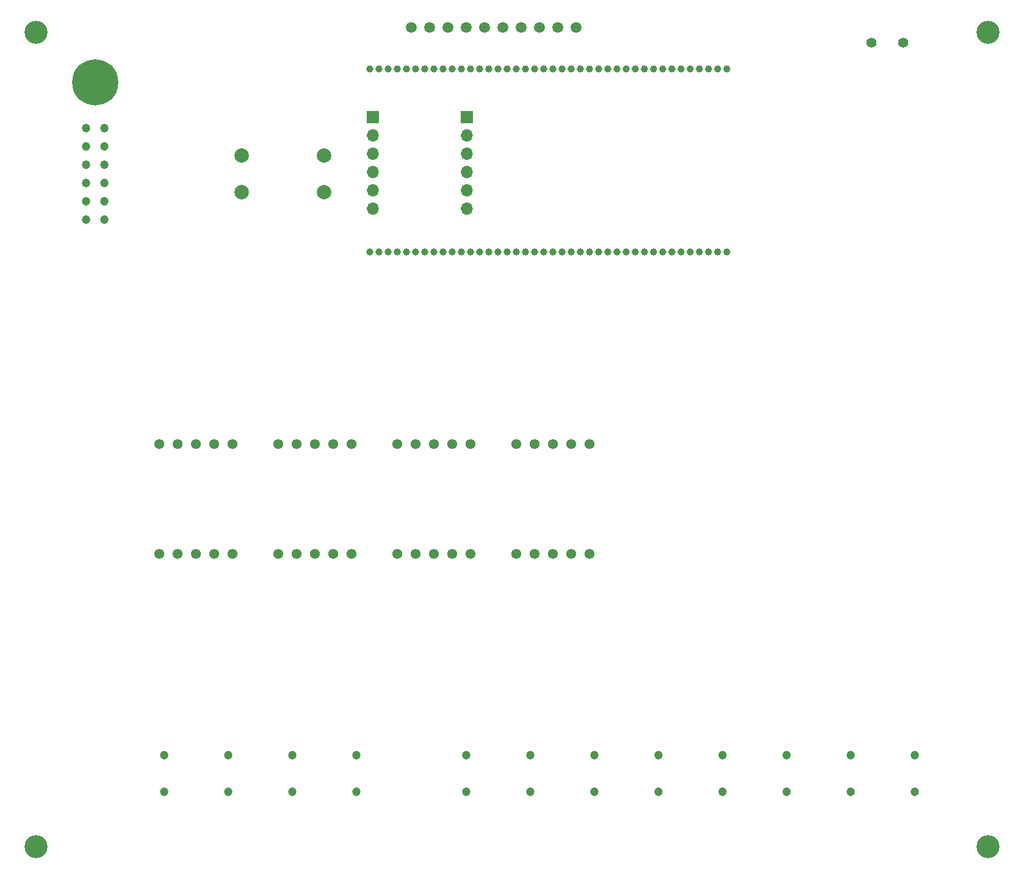
<source format=gbs>
G04 #@! TF.GenerationSoftware,KiCad,Pcbnew,(5.1.8)-1*
G04 #@! TF.CreationDate,2021-01-01T13:05:33+09:00*
G04 #@! TF.ProjectId,mifune_TE0890_local_board,6d696675-6e65-45f5-9445-303839305f6c,0.1*
G04 #@! TF.SameCoordinates,Original*
G04 #@! TF.FileFunction,Soldermask,Bot*
G04 #@! TF.FilePolarity,Negative*
%FSLAX46Y46*%
G04 Gerber Fmt 4.6, Leading zero omitted, Abs format (unit mm)*
G04 Created by KiCad (PCBNEW (5.1.8)-1) date 2021-01-01 13:05:33*
%MOMM*%
%LPD*%
G01*
G04 APERTURE LIST*
%ADD10C,1.000000*%
%ADD11C,1.200000*%
%ADD12C,6.400000*%
%ADD13C,2.000000*%
%ADD14C,1.381000*%
%ADD15C,1.400000*%
%ADD16O,1.700000X1.700000*%
%ADD17R,1.700000X1.700000*%
%ADD18C,3.200000*%
%ADD19C,1.500000*%
G04 APERTURE END LIST*
D10*
X137795000Y-66040000D03*
X137795000Y-40640000D03*
X136525000Y-66040000D03*
X136525000Y-40640000D03*
X135255000Y-66040000D03*
X135255000Y-40640000D03*
X133985000Y-66040000D03*
X133985000Y-40640000D03*
X132715000Y-66040000D03*
X132715000Y-40640000D03*
X131445000Y-66040000D03*
X131445000Y-40640000D03*
X130175000Y-66040000D03*
X130175000Y-40640000D03*
X128905000Y-66040000D03*
X128905000Y-40640000D03*
X127635000Y-66040000D03*
X127635000Y-40640000D03*
X126365000Y-66040000D03*
X126365000Y-40640000D03*
X125095000Y-66040000D03*
X125095000Y-40640000D03*
X123825000Y-66040000D03*
X123825000Y-40640000D03*
X122555000Y-66040000D03*
X122555000Y-40640000D03*
X121285000Y-66040000D03*
X121285000Y-40640000D03*
X120015000Y-66040000D03*
X120015000Y-40640000D03*
X118745000Y-66040000D03*
X118745000Y-40640000D03*
X117475000Y-66040000D03*
X117475000Y-40640000D03*
X116205000Y-66040000D03*
X116205000Y-40640000D03*
X114935000Y-66040000D03*
X114935000Y-40640000D03*
X113665000Y-66040000D03*
X113665000Y-40640000D03*
X112395000Y-66040000D03*
X112395000Y-40640000D03*
X111125000Y-66040000D03*
X111125000Y-40640000D03*
X109855000Y-66040000D03*
X109855000Y-40640000D03*
X108585000Y-66040000D03*
X108585000Y-40640000D03*
X107315000Y-66040000D03*
X107315000Y-40640000D03*
X106045000Y-66040000D03*
X106045000Y-40640000D03*
X104775000Y-66040000D03*
X104775000Y-40640000D03*
X103505000Y-66040000D03*
X103505000Y-40640000D03*
X102235000Y-66040000D03*
X102235000Y-40640000D03*
X100965000Y-66040000D03*
X100965000Y-40640000D03*
X99695000Y-66040000D03*
X99695000Y-40640000D03*
X98425000Y-66040000D03*
X98425000Y-40640000D03*
X97155000Y-66040000D03*
X97155000Y-40640000D03*
X95885000Y-66040000D03*
X95885000Y-40640000D03*
X94615000Y-66040000D03*
X94615000Y-40640000D03*
X93345000Y-66040000D03*
X93345000Y-40640000D03*
X92075000Y-66040000D03*
X92075000Y-40640000D03*
X90805000Y-66040000D03*
X90805000Y-40640000D03*
X89535000Y-66040000D03*
X89535000Y-40640000D03*
X88265000Y-66040000D03*
X88265000Y-40640000D03*
D11*
X48895000Y-53975000D03*
X51435000Y-56515000D03*
X51435000Y-53975000D03*
X48895000Y-56515000D03*
X48895000Y-51435000D03*
X51435000Y-59055000D03*
X51435000Y-51435000D03*
X48895000Y-59055000D03*
X48895000Y-48895000D03*
X51435000Y-61595000D03*
X51435000Y-48895000D03*
X48895000Y-61595000D03*
D12*
X50165000Y-42545000D03*
D13*
X70485000Y-57785000D03*
X70485000Y-52705000D03*
D14*
X108585000Y-92710000D03*
X111125000Y-92710000D03*
X113665000Y-92710000D03*
X116205000Y-92710000D03*
X118745000Y-92710000D03*
X118745000Y-107950000D03*
X116205000Y-107950000D03*
X113665000Y-107950000D03*
X111125000Y-107950000D03*
X108585000Y-107950000D03*
X92075000Y-107950000D03*
X94615000Y-107950000D03*
X97155000Y-107950000D03*
X99695000Y-107950000D03*
X102235000Y-107950000D03*
X102235000Y-92710000D03*
X99695000Y-92710000D03*
X97155000Y-92710000D03*
X94615000Y-92710000D03*
X92075000Y-92710000D03*
X75565000Y-92710000D03*
X78105000Y-92710000D03*
X80645000Y-92710000D03*
X83185000Y-92710000D03*
X85725000Y-92710000D03*
X85725000Y-107950000D03*
X83185000Y-107950000D03*
X80645000Y-107950000D03*
X78105000Y-107950000D03*
X75565000Y-107950000D03*
X59055000Y-107950000D03*
X61595000Y-107950000D03*
X64135000Y-107950000D03*
X66675000Y-107950000D03*
X69215000Y-107950000D03*
X69215000Y-92710000D03*
X66675000Y-92710000D03*
X64135000Y-92710000D03*
X61595000Y-92710000D03*
X59055000Y-92710000D03*
D15*
X162200000Y-37000000D03*
X157800000Y-37000000D03*
D11*
X59690000Y-140970000D03*
X59690000Y-135890000D03*
X68580000Y-135890000D03*
X68580000Y-140970000D03*
X77470000Y-140970000D03*
X77470000Y-135890000D03*
X86360000Y-135890000D03*
X86360000Y-140970000D03*
X101600000Y-140970000D03*
X101600000Y-135890000D03*
X110490000Y-135890000D03*
X110490000Y-140970000D03*
X119380000Y-140970000D03*
X119380000Y-135890000D03*
X128270000Y-135890000D03*
X128270000Y-140970000D03*
X137160000Y-140970000D03*
X137160000Y-135890000D03*
X146050000Y-135890000D03*
X146050000Y-140970000D03*
X154940000Y-140970000D03*
X154940000Y-135890000D03*
X163830000Y-135890000D03*
X163830000Y-140970000D03*
D16*
X101710000Y-60060000D03*
X101710000Y-57520000D03*
X101710000Y-54980000D03*
X101710000Y-52440000D03*
X101710000Y-49900000D03*
D17*
X101710000Y-47360000D03*
X88620000Y-47340000D03*
D16*
X88620000Y-49880000D03*
X88620000Y-52420000D03*
X88620000Y-54960000D03*
X88620000Y-57500000D03*
X88620000Y-60040000D03*
D18*
X41910000Y-35560000D03*
X41910000Y-148590000D03*
X173990000Y-35560000D03*
X173990000Y-148590000D03*
D13*
X81915000Y-52705000D03*
X81915000Y-57785000D03*
D19*
X96520000Y-34925000D03*
X99060000Y-34925000D03*
X101600000Y-34925000D03*
X104140000Y-34925000D03*
X106680000Y-34925000D03*
X109220000Y-34925000D03*
X111760000Y-34925000D03*
X114300000Y-34925000D03*
X116840000Y-34925000D03*
X93980000Y-34925000D03*
M02*

</source>
